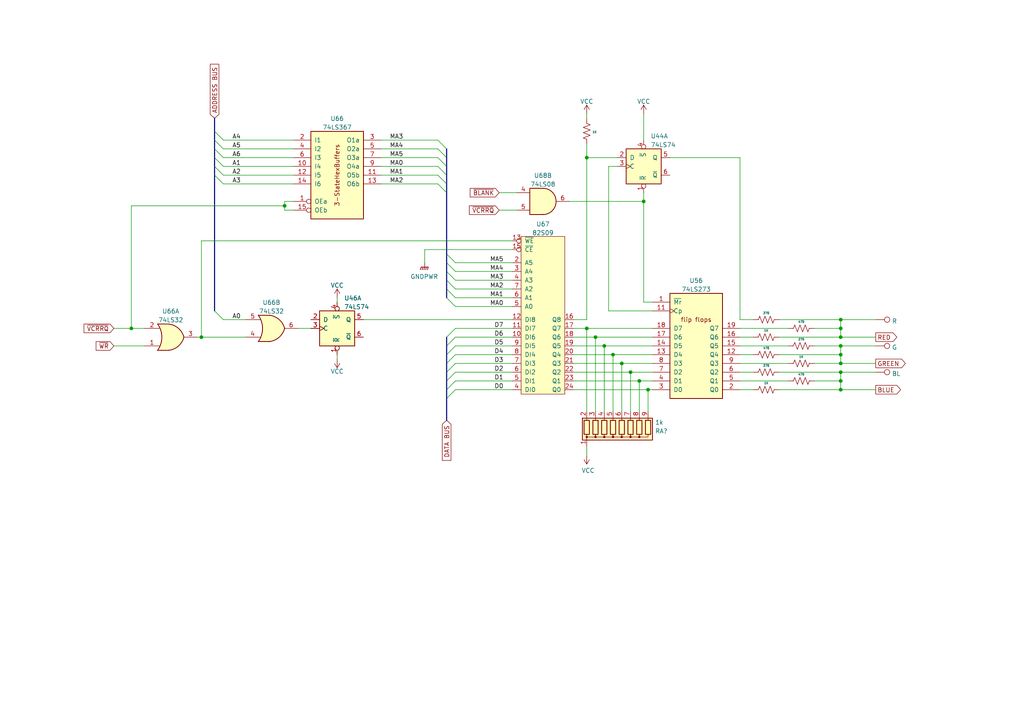
<source format=kicad_sch>
(kicad_sch (version 20230121) (generator eeschema)
  (paper "A4")
  (title_block (title "TAITO SYSTEM SJ") (company "ANTON GALE") (comment 4 "Video Out"))
  (lib_symbols
    (symbol "Connector:TestPoint" (pin_numbers hide) (pin_names (offset 0.762) hide)
      (property "Reference" "TP" (at 0 6.858 0))
      (property "Value" "TestPoint" (at 0 5.08 0))
      (symbol "TestPoint_0_1"
        (circle (center 0 3.302) (radius 0.762))
      )
      (symbol "TestPoint_1_1"
        (pin passive line (at 0 0 90) (length 2.54) (name "1") (number "1"))
      )
    )
    (symbol "Device:R_Network08" (pin_names (offset 0) hide)
      (property "Reference" "RN" (at -12.7 0 90))
      (property "Value" "R_Network08" (at 10.16 0 90))
      (symbol "R_Network08_0_1"
        (rectangle (start -11.43 -3.175) (end 8.89 3.175) (stroke (width 0.254)) (fill (type background)))
        (rectangle (start -10.922 1.524) (end -9.398 -2.54) (stroke (width 0.254)))
        (circle (center -10.16 2.286) (radius 0.254) (fill (type outline)))
        (rectangle (start -8.382 1.524) (end -6.858 -2.54) (stroke (width 0.254)))
        (circle (center -7.62 2.286) (radius 0.254) (fill (type outline)))
        (rectangle (start -5.842 1.524) (end -4.318 -2.54) (stroke (width 0.254)))
        (circle (center -5.08 2.286) (radius 0.254) (fill (type outline)))
        (rectangle (start -3.302 1.524) (end -1.778 -2.54) (stroke (width 0.254)))
        (circle (center -2.54 2.286) (radius 0.254) (fill (type outline)))
        (rectangle (start -0.762 1.524) (end 0.762 -2.54) (stroke (width 0.254)))
        (polyline (pts (xy -10.16 -2.54) (xy -10.16 -3.81)))
        (polyline (pts (xy -7.62 -2.54) (xy -7.62 -3.81)))
        (polyline (pts (xy -5.08 -2.54) (xy -5.08 -3.81)))
        (polyline (pts (xy -2.54 -2.54) (xy -2.54 -3.81)))
        (polyline (pts (xy 0 -2.54) (xy 0 -3.81)))
        (polyline (pts (xy 2.54 -2.54) (xy 2.54 -3.81)))
        (polyline (pts (xy 5.08 -2.54) (xy 5.08 -3.81)))
        (polyline (pts (xy 7.62 -2.54) (xy 7.62 -3.81)))
        (polyline (pts (xy -10.16 1.524) (xy -10.16 2.286) (xy -7.62 2.286) (xy -7.62 1.524)))
        (polyline (pts (xy -7.62 1.524) (xy -7.62 2.286) (xy -5.08 2.286) (xy -5.08 1.524)))
        (polyline (pts (xy -5.08 1.524) (xy -5.08 2.286) (xy -2.54 2.286) (xy -2.54 1.524)))
        (polyline (pts (xy -2.54 1.524) (xy -2.54 2.286) (xy 0 2.286) (xy 0 1.524)))
        (polyline (pts (xy 0 1.524) (xy 0 2.286) (xy 2.54 2.286) (xy 2.54 1.524)))
        (polyline (pts (xy 2.54 1.524) (xy 2.54 2.286) (xy 5.08 2.286) (xy 5.08 1.524)))
        (polyline (pts (xy 5.08 1.524) (xy 5.08 2.286) (xy 7.62 2.286) (xy 7.62 1.524)))
        (circle (center 0 2.286) (radius 0.254) (fill (type outline)))
        (rectangle (start 1.778 1.524) (end 3.302 -2.54) (stroke (width 0.254)))
        (circle (center 2.54 2.286) (radius 0.254) (fill (type outline)))
        (rectangle (start 4.318 1.524) (end 5.842 -2.54) (stroke (width 0.254)))
        (circle (center 5.08 2.286) (radius 0.254) (fill (type outline)))
        (rectangle (start 6.858 1.524) (end 8.382 -2.54) (stroke (width 0.254)))
      )
      (symbol "R_Network08_1_1"
        (pin passive line (at -10.16 5.08 270) (length 2.54) (name "common") (number "1"))
        (pin passive line (at -10.16 -5.08 90) (length 1.27) (name "R1") (number "2"))
        (pin passive line (at -7.62 -5.08 90) (length 1.27) (name "R2") (number "3"))
        (pin passive line (at -5.08 -5.08 90) (length 1.27) (name "R3") (number "4"))
        (pin passive line (at -2.54 -5.08 90) (length 1.27) (name "R4") (number "5"))
        (pin passive line (at 0 -5.08 90) (length 1.27) (name "R5") (number "6"))
        (pin passive line (at 2.54 -5.08 90) (length 1.27) (name "R6") (number "7"))
        (pin passive line (at 5.08 -5.08 90) (length 1.27) (name "R7") (number "8"))
        (pin passive line (at 7.62 -5.08 90) (length 1.27) (name "R8") (number "9"))
      )
    )
    (symbol "Device:R_US" (pin_numbers hide) (pin_names (offset 0))
      (property "Reference" "R" (at 2.54 0 90))
      (property "Value" "R_US" (at -2.54 0 90))
      (symbol "R_US_0_1"
        (polyline (pts (xy 0 -2.286) (xy 0 -2.54)))
        (polyline (pts (xy 0 2.286) (xy 0 2.54)))
        (polyline (pts (xy 0 -0.762) (xy 1.016 -1.143) (xy 0 -1.524) (xy -1.016 -1.905) (xy 0 -2.286)))
        (polyline (pts (xy 0 0.762) (xy 1.016 0.381) (xy 0 0) (xy -1.016 -0.381) (xy 0 -0.762)))
        (polyline (pts (xy 0 2.286) (xy 1.016 1.905) (xy 0 1.524) (xy -1.016 1.143) (xy 0 0.762)))
      )
      (symbol "R_US_1_1"
        (pin passive line (at 0 3.81 270) (length 1.27) (name "~") (number "1"))
        (pin passive line (at 0 -3.81 90) (length 1.27) (name "~") (number "2"))
      )
    )
    (symbol "arcade:82S09" (pin_names (offset 1.016))
      (property "Reference" "U" (at 1.27 11.43 0))
      (property "Value" "82S09" (at 1.27 12.7 0))
      (symbol "82S09_0_1"
        (rectangle (start -5.08 10.16) (end 7.62 -35.56) (fill (type background)))
      )
      (symbol "82S09_1_1"
        (pin input line (at -7.62 -6.35 0) (length 2.54) (name "DI6") (number "10"))
        (pin input line (at -7.62 -8.89 0) (length 2.54) (name "DI7") (number "11"))
        (pin input line (at -7.62 -11.43 0) (length 2.54) (name "DI8") (number "12"))
        (pin input inverted (at -7.62 -34.29 0) (length 2.54) (name "~{WE}") (number "13"))
        (pin power_in line (at 1.27 -38.1 90) (length 2.54) hide (name "VSS") (number "14"))
        (pin input inverted (at -7.62 -31.75 0) (length 2.54) (name "~{CE}") (number "15"))
        (pin output line (at 10.16 -11.43 180) (length 2.54) (name "Q8") (number "16"))
        (pin output line (at 10.16 -8.89 180) (length 2.54) (name "Q7") (number "17"))
        (pin output line (at 10.16 -6.35 180) (length 2.54) (name "Q6") (number "18"))
        (pin output line (at 10.16 -3.81 180) (length 2.54) (name "Q5") (number "19"))
        (pin input line (at -7.62 -27.94 0) (length 2.54) (name "A5") (number "2"))
        (pin output line (at 10.16 -1.27 180) (length 2.54) (name "Q4") (number "20"))
        (pin output line (at 10.16 1.27 180) (length 2.54) (name "Q3") (number "21"))
        (pin output line (at 10.16 3.81 180) (length 2.54) (name "Q2") (number "22"))
        (pin output line (at 10.16 6.35 180) (length 2.54) (name "Q1") (number "23"))
        (pin output line (at 10.16 8.89 180) (length 2.54) (name "Q0") (number "24"))
        (pin power_in line (at 1.27 12.7 270) (length 2.54) hide (name "VCC") (number "28"))
        (pin input line (at -7.62 -25.4 0) (length 2.54) (name "A4") (number "3"))
        (pin input line (at -7.62 -22.86 0) (length 2.54) (name "A3") (number "4"))
        (pin input line (at -7.62 8.89 0) (length 2.54) (name "DI0") (number "4"))
        (pin input line (at -7.62 -15.24 0) (length 2.54) (name "A0") (number "5"))
        (pin input line (at -7.62 6.35 0) (length 2.54) (name "DI1") (number "5"))
        (pin input line (at -7.62 -17.78 0) (length 2.54) (name "A1") (number "6"))
        (pin input line (at -7.62 3.81 0) (length 2.54) (name "DI2") (number "6"))
        (pin input line (at -7.62 -20.32 0) (length 2.54) (name "A2") (number "7"))
        (pin input line (at -7.62 1.27 0) (length 2.54) (name "DI3") (number "7"))
        (pin input line (at -7.62 -1.27 0) (length 2.54) (name "DI4") (number "8"))
        (pin input line (at -7.62 -3.81 0) (length 2.54) (name "DI5") (number "9"))
      )
    )
    (symbol "jt74:74LS08" (pin_names (offset 1.016))
      (property "Reference" "U" (at 0 1.27 0))
      (property "Value" "74LS08" (at 0 -1.27 0))
      (symbol "74LS08_1_1"
        (arc (start 0 -3.81) (mid 3.7934 0) (end 0 3.81) (stroke (width 0.254)) (fill (type background)))
        (polyline (pts (xy 0 3.81) (xy -3.81 3.81) (xy -3.81 -3.81) (xy 0 -3.81)) (stroke (width 0.254)) (fill (type background)))
        (pin input line (at -7.62 2.54 0) (length 3.81) (name "~") (number "1"))
        (pin input line (at -7.62 -2.54 0) (length 3.81) (name "~") (number "2"))
        (pin output line (at 7.62 0 180) (length 3.81) (name "~") (number "3"))
      )
      (symbol "74LS08_1_2"
        (arc (start -3.81 -3.81) (mid -2.589 0) (end -3.81 3.81) (stroke (width 0.254)))
        (arc (start -0.6096 -3.81) (mid 2.1842 -2.5851) (end 3.81 0) (stroke (width 0.254)) (fill (type background)))
        (polyline (pts (xy -3.81 -3.81) (xy -0.635 -3.81)) (stroke (width 0.254)) (fill (type background)))
        (polyline (pts (xy -3.81 3.81) (xy -0.635 3.81)) (stroke (width 0.254)) (fill (type background)))
        (polyline (pts (xy -0.635 3.81) (xy -3.81 3.81) (xy -3.81 3.81) (xy -3.556 3.4036) (xy -3.0226 2.2606) (xy -2.6924 1.0414) (xy -2.6162 -0.254) (xy -2.7686 -1.4986) (xy -3.175 -2.7178) (xy -3.81 -3.81) (xy -3.81 -3.81) (xy -0.635 -3.81)) (stroke (width -25.4)) (fill (type background)))
        (arc (start 3.81 0) (mid 2.1915 2.5936) (end -0.6096 3.81) (stroke (width 0.254)) (fill (type background)))
        (pin input inverted (at -7.62 2.54 0) (length 4.318) (name "~") (number "1"))
        (pin input inverted (at -7.62 -2.54 0) (length 4.318) (name "~") (number "2"))
        (pin output inverted (at 7.62 0 180) (length 3.81) (name "~") (number "3"))
      )
      (symbol "74LS08_2_1"
        (arc (start 0 -3.81) (mid 3.7934 0) (end 0 3.81) (stroke (width 0.254)) (fill (type background)))
        (polyline (pts (xy 0 3.81) (xy -3.81 3.81) (xy -3.81 -3.81) (xy 0 -3.81)) (stroke (width 0.254)) (fill (type background)))
        (pin input line (at -7.62 2.54 0) (length 3.81) (name "~") (number "4"))
        (pin input line (at -7.62 -2.54 0) (length 3.81) (name "~") (number "5"))
        (pin output line (at 7.62 0 180) (length 3.81) (name "~") (number "6"))
      )
      (symbol "74LS08_2_2"
        (arc (start -3.81 -3.81) (mid -2.589 0) (end -3.81 3.81) (stroke (width 0.254)))
        (arc (start -0.6096 -3.81) (mid 2.1842 -2.5851) (end 3.81 0) (stroke (width 0.254)) (fill (type background)))
        (polyline (pts (xy -3.81 -3.81) (xy -0.635 -3.81)) (stroke (width 0.254)) (fill (type background)))
        (polyline (pts (xy -3.81 3.81) (xy -0.635 3.81)) (stroke (width 0.254)) (fill (type background)))
        (polyline (pts (xy -0.635 3.81) (xy -3.81 3.81) (xy -3.81 3.81) (xy -3.556 3.4036) (xy -3.0226 2.2606) (xy -2.6924 1.0414) (xy -2.6162 -0.254) (xy -2.7686 -1.4986) (xy -3.175 -2.7178) (xy -3.81 -3.81) (xy -3.81 -3.81) (xy -0.635 -3.81)) (stroke (width -25.4)) (fill (type background)))
        (arc (start 3.81 0) (mid 2.1915 2.5936) (end -0.6096 3.81) (stroke (width 0.254)) (fill (type background)))
        (pin input inverted (at -7.62 2.54 0) (length 4.318) (name "~") (number "4"))
        (pin input inverted (at -7.62 -2.54 0) (length 4.318) (name "~") (number "5"))
        (pin output inverted (at 7.62 0 180) (length 3.81) (name "~") (number "6"))
      )
      (symbol "74LS08_3_1"
        (arc (start 0 -3.81) (mid 3.7934 0) (end 0 3.81) (stroke (width 0.254)) (fill (type background)))
        (polyline (pts (xy 0 3.81) (xy -3.81 3.81) (xy -3.81 -3.81) (xy 0 -3.81)) (stroke (width 0.254)) (fill (type background)))
        (pin input line (at -7.62 -2.54 0) (length 3.81) (name "~") (number "10"))
        (pin output line (at 7.62 0 180) (length 3.81) (name "~") (number "8"))
        (pin input line (at -7.62 2.54 0) (length 3.81) (name "~") (number "9"))
      )
      (symbol "74LS08_3_2"
        (arc (start -3.81 -3.81) (mid -2.589 0) (end -3.81 3.81) (stroke (width 0.254)))
        (arc (start -0.6096 -3.81) (mid 2.1842 -2.5851) (end 3.81 0) (stroke (width 0.254)) (fill (type background)))
        (polyline (pts (xy -3.81 -3.81) (xy -0.635 -3.81)) (stroke (width 0.254)) (fill (type background)))
        (polyline (pts (xy -3.81 3.81) (xy -0.635 3.81)) (stroke (width 0.254)) (fill (type background)))
        (polyline (pts (xy -0.635 3.81) (xy -3.81 3.81) (xy -3.81 3.81) (xy -3.556 3.4036) (xy -3.0226 2.2606) (xy -2.6924 1.0414) (xy -2.6162 -0.254) (xy -2.7686 -1.4986) (xy -3.175 -2.7178) (xy -3.81 -3.81) (xy -3.81 -3.81) (xy -0.635 -3.81)) (stroke (width -25.4)) (fill (type background)))
        (arc (start 3.81 0) (mid 2.1915 2.5936) (end -0.6096 3.81) (stroke (width 0.254)) (fill (type background)))
        (pin input inverted (at -7.62 -2.54 0) (length 4.318) (name "~") (number "10"))
        (pin output inverted (at 7.62 0 180) (length 3.81) (name "~") (number "8"))
        (pin input inverted (at -7.62 2.54 0) (length 4.318) (name "~") (number "9"))
      )
      (symbol "74LS08_4_1"
        (arc (start 0 -3.81) (mid 3.7934 0) (end 0 3.81) (stroke (width 0.254)) (fill (type background)))
        (polyline (pts (xy 0 3.81) (xy -3.81 3.81) (xy -3.81 -3.81) (xy 0 -3.81)) (stroke (width 0.254)) (fill (type background)))
        (pin output line (at 7.62 0 180) (length 3.81) (name "~") (number "11"))
        (pin input line (at -7.62 2.54 0) (length 3.81) (name "~") (number "12"))
        (pin input line (at -7.62 -2.54 0) (length 3.81) (name "~") (number "13"))
      )
      (symbol "74LS08_4_2"
        (arc (start -3.81 -3.81) (mid -2.589 0) (end -3.81 3.81) (stroke (width 0.254)))
        (arc (start -0.6096 -3.81) (mid 2.1842 -2.5851) (end 3.81 0) (stroke (width 0.254)) (fill (type background)))
        (polyline (pts (xy -3.81 -3.81) (xy -0.635 -3.81)) (stroke (width 0.254)) (fill (type background)))
        (polyline (pts (xy -3.81 3.81) (xy -0.635 3.81)) (stroke (width 0.254)) (fill (type background)))
        (polyline (pts (xy -0.635 3.81) (xy -3.81 3.81) (xy -3.81 3.81) (xy -3.556 3.4036) (xy -3.0226 2.2606) (xy -2.6924 1.0414) (xy -2.6162 -0.254) (xy -2.7686 -1.4986) (xy -3.175 -2.7178) (xy -3.81 -3.81) (xy -3.81 -3.81) (xy -0.635 -3.81)) (stroke (width -25.4)) (fill (type background)))
        (arc (start 3.81 0) (mid 2.1915 2.5936) (end -0.6096 3.81) (stroke (width 0.254)) (fill (type background)))
        (pin output inverted (at 7.62 0 180) (length 3.81) (name "~") (number "11"))
        (pin input inverted (at -7.62 2.54 0) (length 4.318) (name "~") (number "12"))
        (pin input inverted (at -7.62 -2.54 0) (length 4.318) (name "~") (number "13"))
      )
      (symbol "74LS08_5_0"
        (pin power_in line (at 0 7.62 270) (length 5.08) hide (name "VCC") (number "14"))
        (pin power_in line (at 0 -7.62 90) (length 5.08) hide (name "VSS") (number "7"))
      )
      (symbol "74LS08_5_1"
        (rectangle (start -5.08 7.62) (end 5.08 -7.62) (stroke (width 0.254)) (fill (type background)))
      )
    )
    (symbol "jt74:74LS273" (pin_names (offset 1.016))
      (property "Reference" "U" (at 0 2.54 0))
      (property "Value" "74LS273" (at 2.54 -13.97 0))
      (symbol "74LS273_0_0"
        (text "flip flops" (at 0 -7.62 0) (effects (font (size 1.27 1.27))))
      )
      (symbol "74LS273_1_0"
        (pin input line (at -12.7 -12.7 0) (length 5.08) (name "~{Mr}") (number "1"))
        (pin input clock (at -12.7 -10.16 0) (length 5.08) (name "Cp") (number "11"))
        (pin output line (at 12.7 2.54 180) (length 5.08) (name "Q4") (number "12"))
        (pin input line (at -12.7 2.54 0) (length 5.08) (name "D4") (number "13"))
        (pin input line (at -12.7 0 0) (length 5.08) (name "D5") (number "14"))
        (pin output line (at 12.7 0 180) (length 5.08) (name "Q5") (number "15"))
        (pin output line (at 12.7 -2.54 180) (length 5.08) (name "Q6") (number "16"))
        (pin input line (at -12.7 -2.54 0) (length 5.08) (name "D6") (number "17"))
        (pin input line (at -12.7 -5.08 0) (length 5.08) (name "D7") (number "18"))
        (pin output line (at 12.7 -5.08 180) (length 5.08) (name "Q7") (number "19"))
        (pin output line (at 12.7 12.7 180) (length 5.08) (name "Q0") (number "2"))
        (pin input line (at -12.7 12.7 0) (length 5.08) (name "D0") (number "3"))
        (pin input line (at -12.7 10.16 0) (length 5.08) (name "D1") (number "4"))
        (pin output line (at 12.7 10.16 180) (length 5.08) (name "Q1") (number "5"))
        (pin output line (at 12.7 7.62 180) (length 5.08) (name "Q2") (number "6"))
        (pin input line (at -12.7 7.62 0) (length 5.08) (name "D2") (number "7"))
        (pin input line (at -12.7 5.08 0) (length 5.08) (name "D3") (number "8"))
        (pin output line (at 12.7 5.08 180) (length 5.08) (name "Q3") (number "9"))
      )
      (symbol "74LS273_1_1"
        (rectangle (start -7.62 15.24) (end 7.62 -15.24) (stroke (width 0.254)) (fill (type background)))
      )
    )
    (symbol "jt74:74LS32" (pin_names (offset 1.016))
      (property "Reference" "U" (at 0 1.27 0))
      (property "Value" "74LS32" (at 0 -1.27 0))
      (symbol "74LS32_1_1"
        (arc (start -3.81 -3.81) (mid -2.589 0) (end -3.81 3.81) (stroke (width 0.254)))
        (arc (start -0.6096 -3.81) (mid 2.1842 -2.5851) (end 3.81 0) (stroke (width 0.254)) (fill (type background)))
        (polyline (pts (xy -3.81 -3.81) (xy -0.635 -3.81)) (stroke (width 0.254)) (fill (type background)))
        (polyline (pts (xy -3.81 3.81) (xy -0.635 3.81)) (stroke (width 0.254)) (fill (type background)))
        (polyline (pts (xy -0.635 3.81) (xy -3.81 3.81) (xy -3.81 3.81) (xy -3.556 3.4036) (xy -3.0226 2.2606) (xy -2.6924 1.0414) (xy -2.6162 -0.254) (xy -2.7686 -1.4986) (xy -3.175 -2.7178) (xy -3.81 -3.81) (xy -3.81 -3.81) (xy -0.635 -3.81)) (stroke (width -25.4)) (fill (type background)))
        (arc (start 3.81 0) (mid 2.1915 2.5936) (end -0.6096 3.81) (stroke (width 0.254)) (fill (type background)))
        (pin input line (at -7.62 2.54 0) (length 4.318) (name "~") (number "1"))
        (pin input line (at -7.62 -2.54 0) (length 4.318) (name "~") (number "2"))
        (pin output line (at 7.62 0 180) (length 3.81) (name "~") (number "3"))
      )
      (symbol "74LS32_1_2"
        (arc (start 0 -3.81) (mid 3.7934 0) (end 0 3.81) (stroke (width 0.254)) (fill (type background)))
        (polyline (pts (xy 0 3.81) (xy -3.81 3.81) (xy -3.81 -3.81) (xy 0 -3.81)) (stroke (width 0.254)) (fill (type background)))
        (pin input inverted (at -7.62 2.54 0) (length 3.81) (name "~") (number "1"))
        (pin input inverted (at -7.62 -2.54 0) (length 3.81) (name "~") (number "2"))
        (pin output inverted (at 7.62 0 180) (length 3.81) (name "~") (number "3"))
      )
      (symbol "74LS32_2_1"
        (arc (start -3.81 -3.81) (mid -2.589 0) (end -3.81 3.81) (stroke (width 0.254)))
        (arc (start -0.6096 -3.81) (mid 2.1842 -2.5851) (end 3.81 0) (stroke (width 0.254)) (fill (type background)))
        (polyline (pts (xy -3.81 -3.81) (xy -0.635 -3.81)) (stroke (width 0.254)) (fill (type background)))
        (polyline (pts (xy -3.81 3.81) (xy -0.635 3.81)) (stroke (width 0.254)) (fill (type background)))
        (polyline (pts (xy -0.635 3.81) (xy -3.81 3.81) (xy -3.81 3.81) (xy -3.556 3.4036) (xy -3.0226 2.2606) (xy -2.6924 1.0414) (xy -2.6162 -0.254) (xy -2.7686 -1.4986) (xy -3.175 -2.7178) (xy -3.81 -3.81) (xy -3.81 -3.81) (xy -0.635 -3.81)) (stroke (width -25.4)) (fill (type background)))
        (arc (start 3.81 0) (mid 2.1915 2.5936) (end -0.6096 3.81) (stroke (width 0.254)) (fill (type background)))
        (pin input line (at -7.62 2.54 0) (length 4.318) (name "~") (number "4"))
        (pin input line (at -7.62 -2.54 0) (length 4.318) (name "~") (number "5"))
        (pin output line (at 7.62 0 180) (length 3.81) (name "~") (number "6"))
      )
      (symbol "74LS32_2_2"
        (arc (start 0 -3.81) (mid 3.7934 0) (end 0 3.81) (stroke (width 0.254)) (fill (type background)))
        (polyline (pts (xy 0 3.81) (xy -3.81 3.81) (xy -3.81 -3.81) (xy 0 -3.81)) (stroke (width 0.254)) (fill (type background)))
        (pin input inverted (at -7.62 2.54 0) (length 3.81) (name "~") (number "4"))
        (pin input inverted (at -7.62 -2.54 0) (length 3.81) (name "~") (number "5"))
        (pin output inverted (at 7.62 0 180) (length 3.81) (name "~") (number "6"))
      )
      (symbol "74LS32_3_1"
        (arc (start -3.81 -3.81) (mid -2.589 0) (end -3.81 3.81) (stroke (width 0.254)))
        (arc (start -0.6096 -3.81) (mid 2.1842 -2.5851) (end 3.81 0) (stroke (width 0.254)) (fill (type background)))
        (polyline (pts (xy -3.81 -3.81) (xy -0.635 -3.81)) (stroke (width 0.254)) (fill (type background)))
        (polyline (pts (xy -3.81 3.81) (xy -0.635 3.81)) (stroke (width 0.254)) (fill (type background)))
        (polyline (pts (xy -0.635 3.81) (xy -3.81 3.81) (xy -3.81 3.81) (xy -3.556 3.4036) (xy -3.0226 2.2606) (xy -2.6924 1.0414) (xy -2.6162 -0.254) (xy -2.7686 -1.4986) (xy -3.175 -2.7178) (xy -3.81 -3.81) (xy -3.81 -3.81) (xy -0.635 -3.81)) (stroke (width -25.4)) (fill (type background)))
        (arc (start 3.81 0) (mid 2.1915 2.5936) (end -0.6096 3.81) (stroke (width 0.254)) (fill (type background)))
        (pin input line (at -7.62 -2.54 0) (length 4.318) (name "~") (number "10"))
        (pin output line (at 7.62 0 180) (length 3.81) (name "~") (number "8"))
        (pin input line (at -7.62 2.54 0) (length 4.318) (name "~") (number "9"))
      )
      (symbol "74LS32_3_2"
        (arc (start 0 -3.81) (mid 3.7934 0) (end 0 3.81) (stroke (width 0.254)) (fill (type background)))
        (polyline (pts (xy 0 3.81) (xy -3.81 3.81) (xy -3.81 -3.81) (xy 0 -3.81)) (stroke (width 0.254)) (fill (type background)))
        (pin input inverted (at -7.62 -2.54 0) (length 3.81) (name "~") (number "10"))
        (pin output inverted (at 7.62 0 180) (length 3.81) (name "~") (number "8"))
        (pin input inverted (at -7.62 2.54 0) (length 3.81) (name "~") (number "9"))
      )
      (symbol "74LS32_4_1"
        (arc (start -3.81 -3.81) (mid -2.589 0) (end -3.81 3.81) (stroke (width 0.254)))
        (arc (start -0.6096 -3.81) (mid 2.1842 -2.5851) (end 3.81 0) (stroke (width 0.254)) (fill (type background)))
        (polyline (pts (xy -3.81 -3.81) (xy -0.635 -3.81)) (stroke (width 0.254)) (fill (type background)))
        (polyline (pts (xy -3.81 3.81) (xy -0.635 3.81)) (stroke (width 0.254)) (fill (type background)))
        (polyline (pts (xy -0.635 3.81) (xy -3.81 3.81) (xy -3.81 3.81) (xy -3.556 3.4036) (xy -3.0226 2.2606) (xy -2.6924 1.0414) (xy -2.6162 -0.254) (xy -2.7686 -1.4986) (xy -3.175 -2.7178) (xy -3.81 -3.81) (xy -3.81 -3.81) (xy -0.635 -3.81)) (stroke (width -25.4)) (fill (type background)))
        (arc (start 3.81 0) (mid 2.1915 2.5936) (end -0.6096 3.81) (stroke (width 0.254)) (fill (type background)))
        (pin output line (at 7.62 0 180) (length 3.81) (name "~") (number "11"))
        (pin input line (at -7.62 2.54 0) (length 4.318) (name "~") (number "12"))
        (pin input line (at -7.62 -2.54 0) (length 4.318) (name "~") (number "13"))
      )
      (symbol "74LS32_4_2"
        (arc (start 0 -3.81) (mid 3.7934 0) (end 0 3.81) (stroke (width 0.254)) (fill (type background)))
        (polyline (pts (xy 0 3.81) (xy -3.81 3.81) (xy -3.81 -3.81) (xy 0 -3.81)) (stroke (width 0.254)) (fill (type background)))
        (pin output inverted (at 7.62 0 180) (length 3.81) (name "~") (number "11"))
        (pin input inverted (at -7.62 2.54 0) (length 3.81) (name "~") (number "12"))
        (pin input inverted (at -7.62 -2.54 0) (length 3.81) (name "~") (number "13"))
      )
      (symbol "74LS32_5_0"
        (pin power_in line (at 0 7.62 270) (length 5.08) hide (name "VCC") (number "14"))
        (pin power_in line (at 0 -7.62 90) (length 5.08) hide (name "VSS") (number "7"))
      )
      (symbol "74LS32_5_1"
        (rectangle (start -5.08 7.62) (end 5.08 -7.62) (stroke (width 0.254)) (fill (type background)))
      )
    )
    (symbol "jt74:74LS367" (pin_names (offset 1.016))
      (property "Reference" "U" (at -7.62 13.97 0))
      (property "Value" "74LS367" (at -7.62 -13.97 0))
      (symbol "74LS367_0_0"
        (text "3-StateHexBuffers" (at 0 0 900) (effects (font (size 1.27 1.27))))
      )
      (symbol "74LS367_1_0"
        (pin input inverted (at -12.7 -7.62 0) (length 5.08) (name "OEa") (number "1"))
        (pin input line (at -12.7 2.54 0) (length 5.08) (name "I4") (number "10"))
        (pin tri_state line (at 12.7 0 180) (length 5.08) (name "O5b") (number "11"))
        (pin input line (at -12.7 0 0) (length 5.08) (name "I5") (number "12"))
        (pin tri_state line (at 12.7 -2.54 180) (length 5.08) (name "O6b") (number "13"))
        (pin input line (at -12.7 -2.54 0) (length 5.08) (name "I6") (number "14"))
        (pin input inverted (at -12.7 -10.16 0) (length 5.08) (name "OEb") (number "15"))
        (pin input line (at -12.7 10.16 0) (length 5.08) (name "I1") (number "2"))
        (pin tri_state line (at 12.7 10.16 180) (length 5.08) (name "O1a") (number "3"))
        (pin input line (at -12.7 7.62 0) (length 5.08) (name "I2") (number "4"))
        (pin tri_state line (at 12.7 7.62 180) (length 5.08) (name "O2a") (number "5"))
        (pin input line (at -12.7 5.08 0) (length 5.08) (name "I3") (number "6"))
        (pin tri_state line (at 12.7 5.08 180) (length 5.08) (name "O3a") (number "7"))
        (pin tri_state line (at 12.7 2.54 180) (length 5.08) (name "O4a") (number "9"))
      )
      (symbol "74LS367_1_1"
        (rectangle (start -7.62 12.7) (end 7.62 -12.7) (stroke (width 0.254)) (fill (type background)))
      )
    )
    (symbol "jt74:74LS74" (pin_names (offset 1.016))
      (property "Reference" "U" (at 3.81 5.08 0))
      (property "Value" "74LS74" (at 0 0 0))
      (symbol "74LS74_1_0"
        (pin input inverted (at 0 -7.62 90) (length 2.54) (name "~{R}") (number "1"))
        (pin input line (at -7.62 2.54 0) (length 2.54) (name "D") (number "2"))
        (pin input clock (at -7.62 0 0) (length 2.54) (name "C") (number "3"))
        (pin input inverted (at 0 7.62 270) (length 2.54) (name "~{S}") (number "4"))
        (pin output line (at 7.62 2.54 180) (length 2.54) (name "Q") (number "5"))
        (pin output line (at 7.62 -2.54 180) (length 2.54) (name "~{Q}") (number "6"))
      )
      (symbol "74LS74_1_1"
        (rectangle (start -5.08 5.08) (end 5.08 -5.08) (stroke (width 0.254)) (fill (type background)))
      )
      (symbol "74LS74_2_0"
        (pin input clock (at -7.62 0 0) (length 2.54) (name "C") (number "11"))
        (pin input line (at -7.62 2.54 0) (length 2.54) (name "D") (number "12"))
        (pin input line (at 0 -7.62 90) (length 2.54) (name "~{R}") (number "13"))
        (pin output line (at 7.62 -2.54 180) (length 2.54) (name "~{Q}") (number "8"))
        (pin output line (at 7.62 2.54 180) (length 2.54) (name "Q") (number "9"))
      )
      (symbol "74LS74_2_1"
        (rectangle (start -5.08 5.08) (end 5.08 -5.08) (stroke (width 0.254)) (fill (type background)))
        (pin input line (at 0 7.62 270) (length 2.54) (name "~{S}") (number "10"))
      )
      (symbol "74LS74_3_0"
        (pin power_in line (at 0 7.62 270) (length 2.54) hide (name "VCC") (number "14"))
        (pin power_in line (at 0 -7.62 90) (length 2.54) hide (name "VSS") (number "7"))
      )
      (symbol "74LS74_3_1"
        (rectangle (start -5.08 7.62) (end 5.08 -7.62) (stroke (width 0.254)) (fill (type background)))
      )
    )
    (symbol "power:GNDPWR" (power) (pin_names (offset 0))
      (property "Value" "GNDPWR" (at 0 -3.302 0))
      (symbol "GNDPWR_0_1"
        (polyline (pts (xy 0 -1.27) (xy 0 0)))
        (polyline (pts (xy -1.016 -1.27) (xy -1.27 -2.032) (xy -1.27 -2.032)) (stroke (width 0.2032)))
        (polyline (pts (xy -0.508 -1.27) (xy -0.762 -2.032) (xy -0.762 -2.032)) (stroke (width 0.2032)))
        (polyline (pts (xy 0 -1.27) (xy -0.254 -2.032) (xy -0.254 -2.032)) (stroke (width 0.2032)))
        (polyline (pts (xy 0.508 -1.27) (xy 0.254 -2.032) (xy 0.254 -2.032)) (stroke (width 0.2032)))
        (polyline (pts (xy 1.016 -1.27) (xy -1.016 -1.27) (xy -1.016 -1.27)) (stroke (width 0.2032)))
        (polyline (pts (xy 1.016 -1.27) (xy 0.762 -2.032) (xy 0.762 -2.032) (xy 0.762 -2.032)) (stroke (width 0.2032)))
      )
      (symbol "GNDPWR_1_1"
        (pin power_in line (at 0 0 270) (length 0) hide (name "GNDPWR") (number "1"))
      )
    )
    (symbol "power:VCC" (power) (pin_names (offset 0))
      (property "Value" "VCC" (at 0 3.81 0))
      (symbol "VCC_0_1"
        (polyline (pts (xy -0.762 1.27) (xy 0 2.54)))
        (polyline (pts (xy 0 0) (xy 0 2.54)))
        (polyline (pts (xy 0 2.54) (xy 0.762 1.27)))
      )
      (symbol "VCC_1_1"
        (pin power_in line (at 0 0 90) (length 0) hide (name "VCC") (number "1"))
      )
    )
  )
  (junction (at 177.8 102.87))
  (junction (at 243.84 110.49))
  (junction (at 38.1 95.25))
  (junction (at 243.84 113.03))
  (junction (at 243.84 95.25))
  (junction (at 172.72 97.79))
  (junction (at 187.96 113.03))
  (junction (at 186.69 58.42))
  (junction (at 58.42 97.79))
  (junction (at 170.18 45.72))
  (junction (at 243.84 97.79))
  (junction (at 170.18 95.25))
  (junction (at 182.88 107.95))
  (junction (at 180.34 105.41))
  (junction (at 243.84 100.33))
  (junction (at 185.42 110.49))
  (junction (at 243.84 92.71))
  (junction (at 243.84 102.87))
  (junction (at 243.84 105.41))
  (junction (at 175.26 100.33))
  (junction (at 82.55 59.69))
  (junction (at 243.84 107.95))
  (bus_entry (at 132.08 97.79) (size -2.54 2.54))
  (bus_entry (at 132.08 105.41) (size -2.54 2.54))
  (bus_entry (at 132.08 88.9) (size -2.54 -2.54))
  (bus_entry (at 64.77 40.64) (size -2.54 -2.54))
  (bus_entry (at 132.08 78.74) (size -2.54 -2.54))
  (bus_entry (at 64.77 92.71) (size -2.54 -2.54))
  (bus_entry (at 127 48.26) (size 2.54 2.54))
  (bus_entry (at 127 50.8) (size 2.54 2.54))
  (bus_entry (at 132.08 100.33) (size -2.54 2.54))
  (bus_entry (at 127 53.34) (size 2.54 2.54))
  (bus_entry (at 132.08 113.03) (size -2.54 2.54))
  (bus_entry (at 132.08 110.49) (size -2.54 2.54))
  (bus_entry (at 127 43.18) (size 2.54 2.54))
  (bus_entry (at 64.77 48.26) (size -2.54 -2.54))
  (bus_entry (at 132.08 102.87) (size -2.54 2.54))
  (bus_entry (at 64.77 50.8) (size -2.54 -2.54))
  (bus_entry (at 64.77 45.72) (size -2.54 -2.54))
  (bus_entry (at 132.08 81.28) (size -2.54 -2.54))
  (bus_entry (at 64.77 43.18) (size -2.54 -2.54))
  (bus_entry (at 127 40.64) (size 2.54 2.54))
  (bus_entry (at 127 45.72) (size 2.54 2.54))
  (bus_entry (at 132.08 76.2) (size -2.54 -2.54))
  (bus_entry (at 132.08 83.82) (size -2.54 -2.54))
  (bus_entry (at 132.08 95.25) (size -2.54 2.54))
  (bus_entry (at 132.08 107.95) (size -2.54 2.54))
  (bus_entry (at 132.08 86.36) (size -2.54 -2.54))
  (bus_entry (at 64.77 53.34) (size -2.54 -2.54))
  (wire (pts (xy 180.34 105.41) (xy 189.23 105.41)))
  (wire (pts (xy 236.22 105.41) (xy 243.84 105.41)))
  (wire (pts (xy 97.79 104.14) (xy 97.79 102.87)))
  (wire (pts (xy 186.69 55.88) (xy 186.69 58.42)))
  (bus (pts (xy 129.54 73.66) (xy 129.54 76.2)))
  (bus (pts (xy 129.54 48.26) (xy 129.54 50.8)))
  (wire (pts (xy 180.34 119.38) (xy 180.34 105.41)))
  (wire (pts (xy 226.06 92.71) (xy 243.84 92.71)))
  (wire (pts (xy 85.09 43.18) (xy 64.77 43.18)))
  (wire (pts (xy 166.37 105.41) (xy 180.34 105.41)))
  (bus (pts (xy 129.54 113.03) (xy 129.54 115.57)))
  (wire (pts (xy 82.55 58.42) (xy 82.55 59.69)))
  (wire (pts (xy 243.84 97.79) (xy 254 97.79)))
  (wire (pts (xy 148.59 78.74) (xy 132.08 78.74)))
  (wire (pts (xy 243.84 92.71) (xy 254 92.71)))
  (wire (pts (xy 243.84 102.87) (xy 243.84 105.41)))
  (bus (pts (xy 129.54 105.41) (xy 129.54 107.95)))
  (bus (pts (xy 62.23 43.18) (xy 62.23 45.72)))
  (wire (pts (xy 175.26 100.33) (xy 189.23 100.33)))
  (wire (pts (xy 243.84 100.33) (xy 243.84 102.87)))
  (wire (pts (xy 170.18 41.91) (xy 170.18 45.72)))
  (wire (pts (xy 172.72 119.38) (xy 172.72 97.79)))
  (wire (pts (xy 33.02 95.25) (xy 38.1 95.25)))
  (wire (pts (xy 82.55 60.96) (xy 85.09 60.96)))
  (wire (pts (xy 214.63 92.71) (xy 218.44 92.71)))
  (wire (pts (xy 214.63 105.41) (xy 228.6 105.41)))
  (wire (pts (xy 166.37 95.25) (xy 170.18 95.25)))
  (bus (pts (xy 129.54 76.2) (xy 129.54 78.74)))
  (wire (pts (xy 172.72 97.79) (xy 189.23 97.79)))
  (wire (pts (xy 166.37 97.79) (xy 172.72 97.79)))
  (wire (pts (xy 110.49 40.64) (xy 127 40.64)))
  (wire (pts (xy 123.19 72.39) (xy 123.19 76.2)))
  (bus (pts (xy 129.54 53.34) (xy 129.54 55.88)))
  (wire (pts (xy 110.49 43.18) (xy 127 43.18)))
  (wire (pts (xy 243.84 95.25) (xy 243.84 97.79)))
  (wire (pts (xy 166.37 92.71) (xy 170.18 92.71)))
  (wire (pts (xy 214.63 113.03) (xy 218.44 113.03)))
  (wire (pts (xy 144.78 55.88) (xy 149.86 55.88)))
  (wire (pts (xy 187.96 113.03) (xy 189.23 113.03)))
  (bus (pts (xy 62.23 34.29) (xy 62.23 38.1)))
  (wire (pts (xy 243.84 113.03) (xy 254 113.03)))
  (wire (pts (xy 148.59 88.9) (xy 132.08 88.9)))
  (wire (pts (xy 189.23 87.63) (xy 186.69 87.63)))
  (wire (pts (xy 226.06 102.87) (xy 243.84 102.87)))
  (wire (pts (xy 226.06 97.79) (xy 243.84 97.79)))
  (bus (pts (xy 62.23 38.1) (xy 62.23 40.64)))
  (wire (pts (xy 148.59 81.28) (xy 132.08 81.28)))
  (wire (pts (xy 38.1 59.69) (xy 38.1 95.25)))
  (wire (pts (xy 166.37 107.95) (xy 182.88 107.95)))
  (bus (pts (xy 129.54 102.87) (xy 129.54 105.41)))
  (wire (pts (xy 64.77 92.71) (xy 71.12 92.71)))
  (wire (pts (xy 86.36 95.25) (xy 90.17 95.25)))
  (wire (pts (xy 57.15 97.79) (xy 58.42 97.79)))
  (wire (pts (xy 148.59 102.87) (xy 132.08 102.87)))
  (wire (pts (xy 182.88 119.38) (xy 182.88 107.95)))
  (wire (pts (xy 97.79 86.36) (xy 97.79 87.63)))
  (wire (pts (xy 177.8 102.87) (xy 189.23 102.87)))
  (wire (pts (xy 182.88 107.95) (xy 189.23 107.95)))
  (wire (pts (xy 170.18 33.02) (xy 170.18 34.29)))
  (bus (pts (xy 129.54 83.82) (xy 129.54 81.28)))
  (bus (pts (xy 62.23 45.72) (xy 62.23 48.26)))
  (bus (pts (xy 129.54 45.72) (xy 129.54 48.26)))
  (bus (pts (xy 129.54 97.79) (xy 129.54 100.33)))
  (wire (pts (xy 186.69 33.02) (xy 186.69 40.64)))
  (wire (pts (xy 82.55 59.69) (xy 38.1 59.69)))
  (wire (pts (xy 148.59 95.25) (xy 132.08 95.25)))
  (wire (pts (xy 177.8 119.38) (xy 177.8 102.87)))
  (bus (pts (xy 129.54 107.95) (xy 129.54 110.49)))
  (wire (pts (xy 243.84 100.33) (xy 254 100.33)))
  (wire (pts (xy 85.09 40.64) (xy 64.77 40.64)))
  (wire (pts (xy 166.37 113.03) (xy 187.96 113.03)))
  (wire (pts (xy 236.22 110.49) (xy 243.84 110.49)))
  (wire (pts (xy 148.59 113.03) (xy 132.08 113.03)))
  (wire (pts (xy 243.84 110.49) (xy 243.84 113.03)))
  (wire (pts (xy 186.69 58.42) (xy 186.69 87.63)))
  (wire (pts (xy 105.41 92.71) (xy 148.59 92.71)))
  (wire (pts (xy 189.23 90.17) (xy 176.53 90.17)))
  (bus (pts (xy 129.54 115.57) (xy 129.54 121.92)))
  (wire (pts (xy 148.59 110.49) (xy 132.08 110.49)))
  (wire (pts (xy 148.59 76.2) (xy 132.08 76.2)))
  (wire (pts (xy 236.22 95.25) (xy 243.84 95.25)))
  (wire (pts (xy 148.59 107.95) (xy 132.08 107.95)))
  (bus (pts (xy 62.23 48.26) (xy 62.23 50.8)))
  (wire (pts (xy 170.18 95.25) (xy 189.23 95.25)))
  (wire (pts (xy 243.84 105.41) (xy 254 105.41)))
  (bus (pts (xy 129.54 110.49) (xy 129.54 113.03)))
  (wire (pts (xy 148.59 100.33) (xy 132.08 100.33)))
  (bus (pts (xy 129.54 50.8) (xy 129.54 53.34)))
  (wire (pts (xy 148.59 97.79) (xy 132.08 97.79)))
  (wire (pts (xy 214.63 97.79) (xy 218.44 97.79)))
  (wire (pts (xy 148.59 86.36) (xy 132.08 86.36)))
  (wire (pts (xy 226.06 113.03) (xy 243.84 113.03)))
  (wire (pts (xy 110.49 48.26) (xy 127 48.26)))
  (bus (pts (xy 129.54 100.33) (xy 129.54 102.87)))
  (wire (pts (xy 170.18 92.71) (xy 170.18 45.72)))
  (wire (pts (xy 85.09 45.72) (xy 64.77 45.72)))
  (wire (pts (xy 85.09 58.42) (xy 82.55 58.42)))
  (wire (pts (xy 170.18 45.72) (xy 179.07 45.72)))
  (wire (pts (xy 110.49 50.8) (xy 127 50.8)))
  (wire (pts (xy 214.63 95.25) (xy 228.6 95.25)))
  (wire (pts (xy 236.22 100.33) (xy 243.84 100.33)))
  (wire (pts (xy 148.59 69.85) (xy 58.42 69.85)))
  (wire (pts (xy 214.63 45.72) (xy 214.63 92.71)))
  (bus (pts (xy 129.54 55.88) (xy 129.54 73.66)))
  (wire (pts (xy 85.09 48.26) (xy 64.77 48.26)))
  (wire (pts (xy 185.42 110.49) (xy 189.23 110.49)))
  (wire (pts (xy 170.18 132.08) (xy 170.18 129.54)))
  (bus (pts (xy 129.54 43.18) (xy 129.54 45.72)))
  (wire (pts (xy 170.18 119.38) (xy 170.18 95.25)))
  (bus (pts (xy 129.54 78.74) (xy 129.54 81.28)))
  (wire (pts (xy 148.59 105.41) (xy 132.08 105.41)))
  (wire (pts (xy 175.26 119.38) (xy 175.26 100.33)))
  (wire (pts (xy 85.09 53.34) (xy 64.77 53.34)))
  (wire (pts (xy 166.37 100.33) (xy 175.26 100.33)))
  (wire (pts (xy 243.84 92.71) (xy 243.84 95.25)))
  (wire (pts (xy 82.55 59.69) (xy 82.55 60.96)))
  (wire (pts (xy 214.63 107.95) (xy 218.44 107.95)))
  (wire (pts (xy 226.06 107.95) (xy 243.84 107.95)))
  (wire (pts (xy 243.84 107.95) (xy 243.84 110.49)))
  (wire (pts (xy 85.09 50.8) (xy 64.77 50.8)))
  (bus (pts (xy 62.23 50.8) (xy 62.23 90.17)))
  (wire (pts (xy 176.53 48.26) (xy 179.07 48.26)))
  (wire (pts (xy 214.63 102.87) (xy 218.44 102.87)))
  (wire (pts (xy 58.42 69.85) (xy 58.42 97.79)))
  (bus (pts (xy 129.54 86.36) (xy 129.54 83.82)))
  (wire (pts (xy 187.96 119.38) (xy 187.96 113.03)))
  (wire (pts (xy 144.78 60.96) (xy 149.86 60.96)))
  (wire (pts (xy 176.53 90.17) (xy 176.53 48.26)))
  (wire (pts (xy 110.49 45.72) (xy 127 45.72)))
  (wire (pts (xy 148.59 83.82) (xy 132.08 83.82)))
  (bus (pts (xy 62.23 40.64) (xy 62.23 43.18)))
  (wire (pts (xy 165.1 58.42) (xy 186.69 58.42)))
  (wire (pts (xy 214.63 110.49) (xy 228.6 110.49)))
  (wire (pts (xy 58.42 97.79) (xy 71.12 97.79)))
  (wire (pts (xy 166.37 110.49) (xy 185.42 110.49)))
  (wire (pts (xy 214.63 100.33) (xy 228.6 100.33)))
  (wire (pts (xy 243.84 107.95) (xy 254 107.95)))
  (wire (pts (xy 194.31 45.72) (xy 214.63 45.72)))
  (wire (pts (xy 148.59 72.39) (xy 123.19 72.39)))
  (wire (pts (xy 185.42 119.38) (xy 185.42 110.49)))
  (wire (pts (xy 110.49 53.34) (xy 127 53.34)))
  (wire (pts (xy 33.02 100.33) (xy 41.91 100.33)))
  (wire (pts (xy 38.1 95.25) (xy 41.91 95.25)))
  (wire (pts (xy 166.37 102.87) (xy 177.8 102.87)))
  (label "MA1" (at 146.05 86.36 180))
  (label "A0" (at 69.85 92.71 180))
  (label "MA5" (at 113.03 45.72 0))
  (label "D2" (at 146.05 107.95 180))
  (label "MA4" (at 146.05 78.74 180))
  (label "D4" (at 146.05 102.87 180))
  (label "D6" (at 146.05 97.79 180))
  (label "A2" (at 69.85 50.8 180))
  (label "A1" (at 69.85 48.26 180))
  (label "MA0" (at 113.03 48.26 0))
  (label "D1" (at 146.05 110.49 180))
  (label "MA0" (at 146.05 88.9 180))
  (label "A5" (at 69.85 43.18 180))
  (label "MA2" (at 113.03 53.34 0))
  (label "MA3" (at 113.03 40.64 0))
  (label "MA3" (at 146.05 81.28 180))
  (label "D5" (at 146.05 100.33 180))
  (label "D0" (at 146.05 113.03 180))
  (label "A6" (at 69.85 45.72 180))
  (label "MA5" (at 146.05 76.2 180))
  (label "D3" (at 146.05 105.41 180))
  (label "D7" (at 146.05 95.25 180))
  (label "MA2" (at 146.05 83.82 180))
  (label "MA4" (at 113.03 43.18 0))
  (label "A4" (at 69.85 40.64 180))
  (label "MA1" (at 113.03 50.8 0))
  (label "A3" (at 69.85 53.34 180))
  (global_label "ADDRESS BUS" (shape input) (at 62.23 34.29 90) (property "Intersheetrefs" "${INTERSHEET_REFS}" (effects hide)))
  (global_label "~{VCRRQ}" (shape input) (at 144.78 60.96 180) (property "Intersheetrefs" "${INTERSHEET_REFS}" (effects hide)))
  (global_label "GREEN" (shape output) (at 254 105.41 0) (property "Intersheetrefs" "${INTERSHEET_REFS}" (effects hide)))
  (global_label "RED" (shape output) (at 254 97.79 0) (property "Intersheetrefs" "${INTERSHEET_REFS}" (effects hide)))
  (global_label "~{VCRRQ}" (shape input) (at 33.02 95.25 180) (property "Intersheetrefs" "${INTERSHEET_REFS}" (effects hide)))
  (global_label "~{BLANK}" (shape input) (at 144.78 55.88 180) (property "Intersheetrefs" "${INTERSHEET_REFS}" (effects hide)))
  (global_label "BLUE" (shape output) (at 254 113.03 0) (property "Intersheetrefs" "${INTERSHEET_REFS}" (effects hide)))
  (global_label "DATA BUS" (shape input) (at 129.54 121.92 270) (property "Intersheetrefs" "${INTERSHEET_REFS}" (effects hide)))
  (global_label "~{WR}" (shape input) (at 33.02 100.33 180) (property "Intersheetrefs" "${INTERSHEET_REFS}" (effects hide)))
  (symbol (lib_id "power:VCC") (at 97.79 104.14 0) (mirror x) (unit 1)
    (property "Reference" "#PWR?" (effects hide))
    (property "Value" "VCC" (at 97.79 107.7158 0))
  )
  (symbol (lib_id "power:GNDPWR") (at 123.19 76.2 0) (unit 1)
    (property "Reference" "#PWR?" (effects hide))
    (property "Value" "GNDPWR" (at 123.063 80.237 0))
  )
  (symbol (lib_id "arcade:82S09") (at 156.21 104.14 0) (mirror x) (unit 1)
    (property "Reference" "U67" (at 157.48 65.0072 0))
    (property "Value" "82S09" (at 157.48 67.5441 0))
  )
  (symbol (lib_id "power:VCC") (at 97.79 86.36 0) (unit 1)
    (property "Reference" "#PWR?" (effects hide))
    (property "Value" "VCC" (at 97.79 82.7842 0))
  )
  (symbol (lib_id "Device:R_US") (at 222.25 107.95 270) (unit 1)
    (property "Reference" "R?" (effects hide))
    (property "Value" "270" (at 222.25 106.0427 90) (effects (font (size 0.6 0.6))))
  )
  (symbol (lib_id "jt74:74LS08") (at 157.48 58.42 0) (unit 2)
    (property "Reference" "U68" (at 157.48 50.9102 0))
    (property "Value" "74LS08" (at 157.48 53.4471 0))
    (property "Datasheet" "http://www.ti.com/lit/gpn/sn74LS08" (effects hide))
  )
  (symbol (lib_id "power:VCC") (at 186.69 33.02 0) (unit 1)
    (property "Reference" "#PWR?" (effects hide))
    (property "Value" "VCC" (at 186.69 29.4442 0))
  )
  (symbol (lib_id "Device:R_US") (at 222.25 97.79 270) (unit 1)
    (property "Reference" "R?" (effects hide))
    (property "Value" "1K" (at 222.25 95.8827 90) (effects (font (size 0.6 0.6))))
  )
  (symbol (lib_id "Connector:TestPoint") (at 254 100.33 270) (unit 1)
    (property "Reference" "TP?" (effects hide))
    (property "Value" "G" (at 258.699 100.7638 90) (effects (justify left)))
  )
  (symbol (lib_id "Device:R_US") (at 222.25 102.87 270) (unit 1)
    (property "Reference" "R?" (effects hide))
    (property "Value" "470" (at 222.25 100.9627 90) (effects (font (size 0.6 0.6))))
  )
  (symbol (lib_id "jt74:74LS32") (at 78.74 95.25 0) (mirror x) (unit 2)
    (property "Reference" "U66" (at 78.74 87.7402 0))
    (property "Value" "74LS32" (at 78.74 90.2771 0))
    (property "Datasheet" "http://www.ti.com/lit/gpn/sn74LS32" (effects hide))
  )
  (symbol (lib_id "power:VCC") (at 170.18 132.08 0) (mirror x) (unit 1)
    (property "Reference" "#PWR?" (effects hide))
    (property "Value" "VCC" (at 170.561 136.4742 0))
  )
  (symbol (lib_id "jt74:74LS74") (at 186.69 48.26 0) (unit 1)
    (property "Reference" "U44" (at 188.7094 39.4802 0) (effects (justify left)))
    (property "Value" "74LS74" (at 188.7094 42.0171 0) (effects (justify left)))
    (property "Datasheet" "74xx/74hc_hct74.pdf" (effects hide))
  )
  (symbol (lib_id "Device:R_Network08") (at 180.34 124.46 0) (mirror x) (unit 1)
    (property "Reference" "RA?" (at 189.992 125.0407 0) (effects (justify left)))
    (property "Value" "1k" (at 189.992 122.5038 0) (effects (justify left)))
    (property "Footprint" "Resistor_THT:R_Array_SIP9" (effects hide))
    (property "Datasheet" "http://www.vishay.com/docs/31509/csc.pdf" (effects hide))
  )
  (symbol (lib_id "Connector:TestPoint") (at 254 92.71 270) (unit 1)
    (property "Reference" "TP?" (effects hide))
    (property "Value" "R" (at 258.699 93.1438 90) (effects (justify left)))
  )
  (symbol (lib_id "jt74:74LS74") (at 97.79 95.25 0) (unit 1)
    (property "Reference" "U46" (at 99.8094 86.4702 0) (effects (justify left)))
    (property "Value" "74LS74" (at 99.8094 89.0071 0) (effects (justify left)))
    (property "Datasheet" "74xx/74hc_hct74.pdf" (effects hide))
  )
  (symbol (lib_id "jt74:74LS273") (at 201.93 100.33 0) (mirror x) (unit 1)
    (property "Reference" "U56" (at 201.93 81.3902 0))
    (property "Value" "74LS273" (at 201.93 83.9271 0))
    (property "Datasheet" "http://www.ti.com/lit/gpn/sn74LS273" (effects hide))
  )
  (symbol (lib_id "Connector:TestPoint") (at 254 107.95 270) (unit 1)
    (property "Reference" "TP?" (effects hide))
    (property "Value" "BL" (at 258.699 108.3838 90) (effects (justify left)))
  )
  (symbol (lib_id "Device:R_US") (at 222.25 113.03 270) (unit 1)
    (property "Reference" "R?" (effects hide))
    (property "Value" "1K" (at 222.25 111.1227 90) (effects (font (size 0.6 0.6))))
  )
  (symbol (lib_id "Device:R_US") (at 232.41 105.41 270) (unit 1)
    (property "Reference" "R?" (effects hide))
    (property "Value" "1K" (at 232.41 103.5027 90) (effects (font (size 0.6 0.6))))
  )
  (symbol (lib_id "power:VCC") (at 170.18 33.02 0) (unit 1)
    (property "Reference" "#PWR?" (effects hide))
    (property "Value" "VCC" (at 170.18 29.4442 0))
  )
  (symbol (lib_id "Device:R_US") (at 232.41 95.25 270) (unit 1)
    (property "Reference" "R?" (effects hide))
    (property "Value" "470" (at 232.41 93.3427 90) (effects (font (size 0.6 0.6))))
  )
  (symbol (lib_id "jt74:74LS367") (at 97.79 50.8 0) (unit 1)
    (property "Reference" "U66" (at 97.79 34.4002 0))
    (property "Value" "74LS367" (at 97.79 36.9371 0))
    (property "Datasheet" "https://pdf1.alldatasheet.com/datasheet-pdf/view/12653/ONSEMI/SN74LS367AN.html" (effects hide))
  )
  (symbol (lib_id "Device:R_US") (at 170.18 38.1 0) (unit 1)
    (property "Reference" "R?" (effects hide))
    (property "Value" "1K" (at 171.831 38.305 0) (effects (font (size 0.6 0.6)) (justify left)))
  )
  (symbol (lib_id "Device:R_US") (at 222.25 92.71 270) (unit 1)
    (property "Reference" "R?" (effects hide))
    (property "Value" "270" (at 222.25 90.8027 90) (effects (font (size 0.6 0.6))))
  )
  (symbol (lib_id "Device:R_US") (at 232.41 110.49 270) (unit 1)
    (property "Reference" "R?" (effects hide))
    (property "Value" "470" (at 232.41 108.5827 90) (effects (font (size 0.6 0.6))))
  )
  (symbol (lib_id "jt74:74LS32") (at 49.53 97.79 0) (mirror x) (unit 1)
    (property "Reference" "U66" (at 49.53 90.2802 0))
    (property "Value" "74LS32" (at 49.53 92.8171 0))
    (property "Datasheet" "http://www.ti.com/lit/gpn/sn74LS32" (effects hide))
  )
  (symbol (lib_id "Device:R_US") (at 232.41 100.33 270) (unit 1)
    (property "Reference" "R?" (effects hide))
    (property "Value" "270" (at 232.41 98.4227 90) (effects (font (size 0.6 0.6))))
  )
)
</source>
